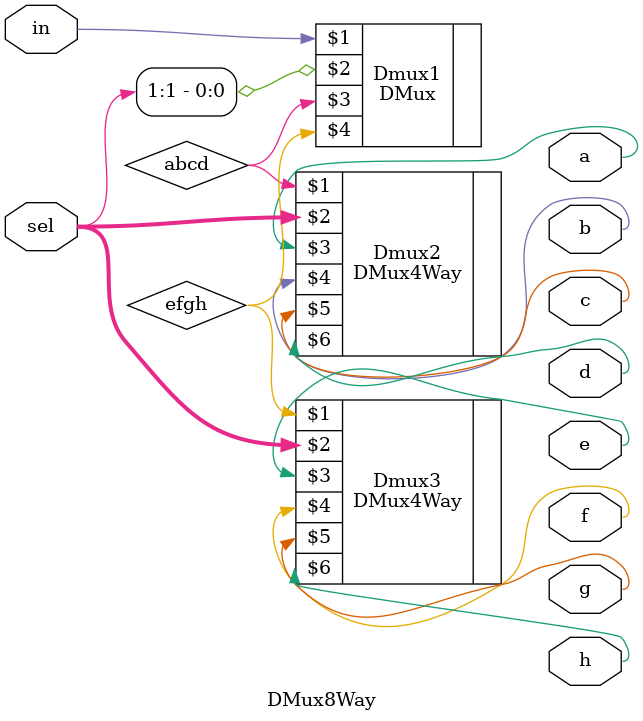
<source format=v>
`include "DMux.v"
`include "Dmux4Way.v"
module DMux8Way(    input in,
                    input [1:0] sel,
                    output a, b, c, d, e, f, g, h);
    DMux Dmux1(in, sel[1:1], abcd, efgh);
    DMux4Way Dmux2(abcd, sel[1:0], a, b, c, d);
    DMux4Way Dmux3(efgh, sel[1:0], e, f, g, h);
endmodule
</source>
